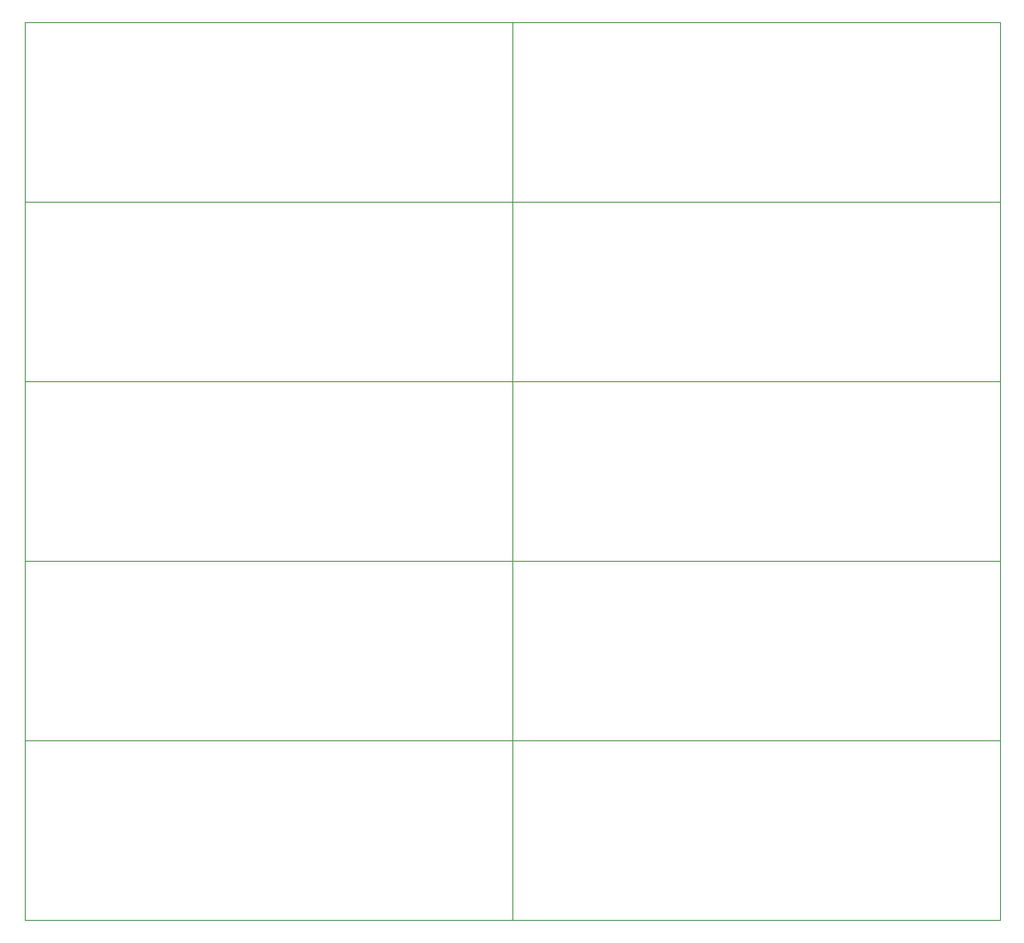
<source format=gbr>
G04 #@! TF.GenerationSoftware,KiCad,Pcbnew,5.1.5-52549c5~86~ubuntu18.04.1*
G04 #@! TF.CreationDate,2020-09-06T15:58:33-05:00*
G04 #@! TF.ProjectId,,58585858-5858-4585-9858-585858585858,rev?*
G04 #@! TF.SameCoordinates,Original*
G04 #@! TF.FileFunction,Profile,NP*
%FSLAX46Y46*%
G04 Gerber Fmt 4.6, Leading zero omitted, Abs format (unit mm)*
G04 Created by KiCad (PCBNEW 5.1.5-52549c5~86~ubuntu18.04.1) date 2020-09-06 15:58:33*
%MOMM*%
%LPD*%
G04 APERTURE LIST*
%ADD10C,0.050000*%
G04 APERTURE END LIST*
D10*
X125918000Y-109052400D02*
X125918000Y-126832400D01*
X77658000Y-109052400D02*
X77658000Y-126832400D01*
X125918000Y-91272400D02*
X125918000Y-109052400D01*
X77658000Y-91272400D02*
X77658000Y-109052400D01*
X125918000Y-73492400D02*
X125918000Y-91272400D01*
X77658000Y-73492400D02*
X77658000Y-91272400D01*
X125918000Y-55712400D02*
X125918000Y-73492400D01*
X77658000Y-55712400D02*
X77658000Y-73492400D01*
X125918000Y-37932400D02*
X125918000Y-55712400D01*
X125918000Y-109052400D02*
X174178000Y-109052400D01*
X77658000Y-109052400D02*
X125918000Y-109052400D01*
X125918000Y-91272400D02*
X174178000Y-91272400D01*
X77658000Y-91272400D02*
X125918000Y-91272400D01*
X125918000Y-73492400D02*
X174178000Y-73492400D01*
X77658000Y-73492400D02*
X125918000Y-73492400D01*
X125918000Y-55712400D02*
X174178000Y-55712400D01*
X77658000Y-55712400D02*
X125918000Y-55712400D01*
X125918000Y-37932400D02*
X174178000Y-37932400D01*
X125918000Y-126832400D02*
X174178000Y-126832400D01*
X77658000Y-126832400D02*
X125918000Y-126832400D01*
X125918000Y-109052400D02*
X174178000Y-109052400D01*
X77658000Y-109052400D02*
X125918000Y-109052400D01*
X125918000Y-91272400D02*
X174178000Y-91272400D01*
X77658000Y-91272400D02*
X125918000Y-91272400D01*
X125918000Y-73492400D02*
X174178000Y-73492400D01*
X77658000Y-73492400D02*
X125918000Y-73492400D01*
X125918000Y-55712400D02*
X174178000Y-55712400D01*
X174178000Y-109052400D02*
X174178000Y-126832400D01*
X125918000Y-109052400D02*
X125918000Y-126832400D01*
X174178000Y-91272400D02*
X174178000Y-109052400D01*
X125918000Y-91272400D02*
X125918000Y-109052400D01*
X174178000Y-73492400D02*
X174178000Y-91272400D01*
X125918000Y-73492400D02*
X125918000Y-91272400D01*
X174178000Y-55712400D02*
X174178000Y-73492400D01*
X125918000Y-55712400D02*
X125918000Y-73492400D01*
X174178000Y-37932400D02*
X174178000Y-55712400D01*
X77658000Y-55712400D02*
X125918000Y-55712400D01*
X125918000Y-37932400D02*
X125918000Y-55712400D01*
X77658000Y-37932400D02*
X125918000Y-37932400D01*
X77658000Y-37932400D02*
X77658000Y-55712400D01*
M02*

</source>
